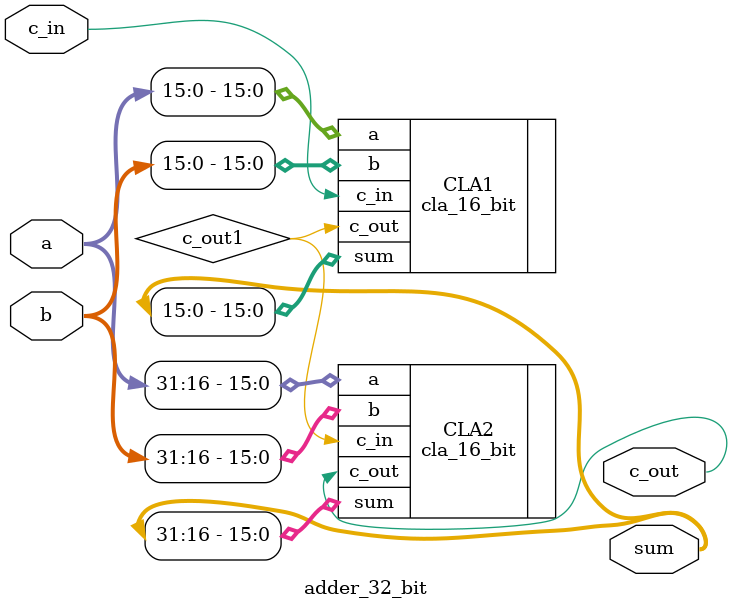
<source format=v>
`timescale 1ns / 1ps
/*
   Assignment No. - 7
   KGP-RISC
   Semester - 5 (Autumn 2021-22)
   Group No. - 30
   Group Members - Ashutosh Kumar Singh (19CS30008) & Vanshita Garg (19CS10064)
*/

module adder_32_bit (
    input [31:0] a,
    input [31:0] b,
    input c_in,
    output [31:0] sum,
    output c_out
);
    /*
      Input and output ports :
      a - first 32-bit input
      b - second 32-bit input
      c_in - the carry-in bit
      sum - the 32-bit output to store the sum
      c_out - the output bit to store the carry-out
    */ 

    wire c_out1;
    
    cla_16_bit CLA1 (.a(a[15:0]), .b(b[15:0]), .c_in(c_in), .sum(sum[15:0]), .c_out(c_out1));
    cla_16_bit CLA2 (.a(a[31:16]), .b(b[31:16]), .c_in(c_out1), .sum(sum[31:16]), .c_out(c_out));
endmodule

</source>
